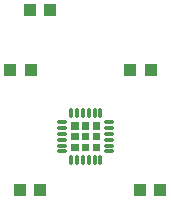
<source format=gbr>
%TF.GenerationSoftware,KiCad,Pcbnew,7.0.10*%
%TF.CreationDate,2024-01-29T17:08:50-08:00*%
%TF.ProjectId,FINAL_V1,46494e41-4c5f-4563-912e-6b696361645f,rev?*%
%TF.SameCoordinates,Original*%
%TF.FileFunction,Paste,Bot*%
%TF.FilePolarity,Positive*%
%FSLAX46Y46*%
G04 Gerber Fmt 4.6, Leading zero omitted, Abs format (unit mm)*
G04 Created by KiCad (PCBNEW 7.0.10) date 2024-01-29 17:08:50*
%MOMM*%
%LPD*%
G01*
G04 APERTURE LIST*
G04 Aperture macros list*
%AMRoundRect*
0 Rectangle with rounded corners*
0 $1 Rounding radius*
0 $2 $3 $4 $5 $6 $7 $8 $9 X,Y pos of 4 corners*
0 Add a 4 corners polygon primitive as box body*
4,1,4,$2,$3,$4,$5,$6,$7,$8,$9,$2,$3,0*
0 Add four circle primitives for the rounded corners*
1,1,$1+$1,$2,$3*
1,1,$1+$1,$4,$5*
1,1,$1+$1,$6,$7*
1,1,$1+$1,$8,$9*
0 Add four rect primitives between the rounded corners*
20,1,$1+$1,$2,$3,$4,$5,0*
20,1,$1+$1,$4,$5,$6,$7,0*
20,1,$1+$1,$6,$7,$8,$9,0*
20,1,$1+$1,$8,$9,$2,$3,0*%
G04 Aperture macros list end*
%ADD10R,1.075000X1.000000*%
%ADD11RoundRect,0.070000X-0.330000X-0.070000X0.330000X-0.070000X0.330000X0.070000X-0.330000X0.070000X0*%
%ADD12RoundRect,0.070000X0.070000X-0.330000X0.070000X0.330000X-0.070000X0.330000X-0.070000X-0.330000X0*%
%ADD13RoundRect,0.070000X0.330000X0.070000X-0.330000X0.070000X-0.330000X-0.070000X0.330000X-0.070000X0*%
%ADD14RoundRect,0.070000X-0.070000X0.330000X-0.070000X-0.330000X0.070000X-0.330000X0.070000X0.330000X0*%
G04 APERTURE END LIST*
%TO.C,U1*%
G36*
X96470000Y-88100000D02*
G01*
X95870000Y-88100000D01*
X95870000Y-87500000D01*
X96470000Y-87500000D01*
X96470000Y-88100000D01*
G37*
G36*
X96470000Y-87200000D02*
G01*
X95870000Y-87200000D01*
X95870000Y-86600000D01*
X96470000Y-86600000D01*
X96470000Y-87200000D01*
G37*
G36*
X96470000Y-86300000D02*
G01*
X95870000Y-86300000D01*
X95870000Y-85700000D01*
X96470000Y-85700000D01*
X96470000Y-86300000D01*
G37*
G36*
X95570000Y-88100000D02*
G01*
X94970000Y-88100000D01*
X94970000Y-87500000D01*
X95570000Y-87500000D01*
X95570000Y-88100000D01*
G37*
G36*
X95570000Y-87200000D02*
G01*
X94970000Y-87200000D01*
X94970000Y-86600000D01*
X95570000Y-86600000D01*
X95570000Y-87200000D01*
G37*
G36*
X95570000Y-86300000D02*
G01*
X94970000Y-86300000D01*
X94970000Y-85700000D01*
X95570000Y-85700000D01*
X95570000Y-86300000D01*
G37*
G36*
X94670000Y-88100000D02*
G01*
X94070000Y-88100000D01*
X94070000Y-87500000D01*
X94670000Y-87500000D01*
X94670000Y-88100000D01*
G37*
G36*
X94670000Y-87200000D02*
G01*
X94070000Y-87200000D01*
X94070000Y-86600000D01*
X94670000Y-86600000D01*
X94670000Y-87200000D01*
G37*
G36*
X94670000Y-86300000D02*
G01*
X94070000Y-86300000D01*
X94070000Y-85700000D01*
X94670000Y-85700000D01*
X94670000Y-86300000D01*
G37*
%TD*%
D10*
%TO.C,R1*%
X89740000Y-91440000D03*
X91440000Y-91440000D03*
%TD*%
%TO.C,C2*%
X92290000Y-76200000D03*
X90590000Y-76200000D03*
%TD*%
D11*
%TO.C,U1*%
X97270000Y-85650000D03*
X97270000Y-86150000D03*
X97270000Y-86650000D03*
X97270000Y-87150000D03*
X97270000Y-87650000D03*
X97270000Y-88150000D03*
D12*
X96520000Y-88900000D03*
X96020000Y-88900000D03*
X95520000Y-88900000D03*
X95020000Y-88900000D03*
X94520000Y-88900000D03*
X94020000Y-88900000D03*
D13*
X93270000Y-88150000D03*
X93270000Y-87650000D03*
X93270000Y-87150000D03*
X93270000Y-86650000D03*
X93270000Y-86150000D03*
X93270000Y-85650000D03*
D14*
X94020000Y-84900000D03*
X94520000Y-84900000D03*
X95020000Y-84900000D03*
X95520000Y-84900000D03*
X96020000Y-84900000D03*
X96520000Y-84900000D03*
%TD*%
D10*
%TO.C,C1*%
X88900000Y-81280000D03*
X90600000Y-81280000D03*
%TD*%
%TO.C,R3*%
X99060000Y-81280000D03*
X100760000Y-81280000D03*
%TD*%
%TO.C,R2*%
X99900000Y-91440000D03*
X101600000Y-91440000D03*
%TD*%
M02*

</source>
